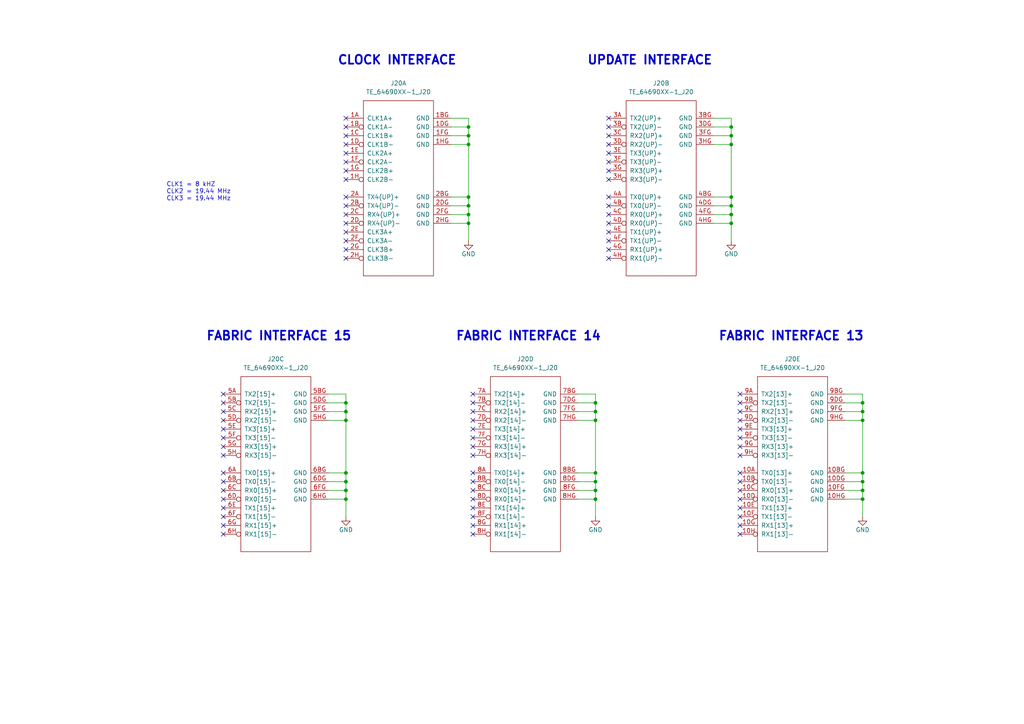
<source format=kicad_sch>
(kicad_sch (version 20230121) (generator eeschema)
  (paper "A4")
  (title_block (title "ATCA Simple Loopback HUB") (date "2023-09-12") (rev "1.0") (company "Karlsruhe Institute of Technology (KIT)") (comment 1 "Institute for Data Processing and Electronics (IPE)") (comment 2 "Luis Ardila") (comment 3 "IPE-380-06") (comment 4 "Licensed under CERN-OHL-P-2.0"))
  (junction (at 100.33 116.84))
  (junction (at 250.19 119.38))
  (junction (at 212.09 62.23))
  (junction (at 212.09 39.37))
  (junction (at 212.09 64.77))
  (junction (at 135.89 36.83))
  (junction (at 100.33 139.7))
  (junction (at 100.33 121.92))
  (junction (at 172.72 144.78))
  (junction (at 250.19 121.92))
  (junction (at 135.89 62.23))
  (junction (at 100.33 119.38))
  (junction (at 250.19 137.16))
  (junction (at 172.72 139.7))
  (junction (at 212.09 36.83))
  (junction (at 100.33 144.78))
  (junction (at 250.19 142.24))
  (junction (at 135.89 39.37))
  (junction (at 135.89 57.15))
  (junction (at 135.89 64.77))
  (junction (at 212.09 57.15))
  (junction (at 172.72 116.84))
  (junction (at 100.33 142.24))
  (junction (at 135.89 41.91))
  (junction (at 100.33 137.16))
  (junction (at 212.09 41.91))
  (junction (at 212.09 59.69))
  (junction (at 172.72 137.16))
  (junction (at 250.19 116.84))
  (junction (at 172.72 119.38))
  (junction (at 135.89 59.69))
  (junction (at 172.72 142.24))
  (junction (at 250.19 144.78))
  (junction (at 250.19 139.7))
  (junction (at 172.72 121.92))
  (no_connect (at 100.33 57.15))
  (no_connect (at 176.53 34.29))
  (no_connect (at 100.33 52.07))
  (no_connect (at 100.33 59.69))
  (no_connect (at 64.77 144.78))
  (no_connect (at 176.53 59.69))
  (no_connect (at 100.33 46.99))
  (no_connect (at 137.16 149.86))
  (no_connect (at 214.63 144.78))
  (no_connect (at 176.53 41.91))
  (no_connect (at 214.63 129.54))
  (no_connect (at 176.53 67.31))
  (no_connect (at 100.33 49.53))
  (no_connect (at 100.33 41.91))
  (no_connect (at 64.77 132.08))
  (no_connect (at 176.53 39.37))
  (no_connect (at 137.16 124.46))
  (no_connect (at 214.63 142.24))
  (no_connect (at 176.53 36.83))
  (no_connect (at 137.16 132.08))
  (no_connect (at 214.63 116.84))
  (no_connect (at 100.33 36.83))
  (no_connect (at 100.33 34.29))
  (no_connect (at 137.16 139.7))
  (no_connect (at 176.53 74.93))
  (no_connect (at 137.16 116.84))
  (no_connect (at 214.63 154.94))
  (no_connect (at 176.53 49.53))
  (no_connect (at 64.77 154.94))
  (no_connect (at 100.33 74.93))
  (no_connect (at 64.77 147.32))
  (no_connect (at 100.33 69.85))
  (no_connect (at 137.16 119.38))
  (no_connect (at 64.77 137.16))
  (no_connect (at 137.16 154.94))
  (no_connect (at 64.77 149.86))
  (no_connect (at 137.16 147.32))
  (no_connect (at 64.77 119.38))
  (no_connect (at 64.77 121.92))
  (no_connect (at 100.33 62.23))
  (no_connect (at 137.16 121.92))
  (no_connect (at 214.63 149.86))
  (no_connect (at 100.33 39.37))
  (no_connect (at 137.16 152.4))
  (no_connect (at 176.53 62.23))
  (no_connect (at 214.63 139.7))
  (no_connect (at 137.16 144.78))
  (no_connect (at 64.77 139.7))
  (no_connect (at 64.77 116.84))
  (no_connect (at 176.53 57.15))
  (no_connect (at 64.77 142.24))
  (no_connect (at 64.77 124.46))
  (no_connect (at 137.16 114.3))
  (no_connect (at 100.33 44.45))
  (no_connect (at 176.53 44.45))
  (no_connect (at 176.53 46.99))
  (no_connect (at 214.63 132.08))
  (no_connect (at 100.33 64.77))
  (no_connect (at 214.63 152.4))
  (no_connect (at 64.77 152.4))
  (no_connect (at 214.63 124.46))
  (no_connect (at 100.33 72.39))
  (no_connect (at 137.16 129.54))
  (no_connect (at 100.33 67.31))
  (no_connect (at 64.77 114.3))
  (no_connect (at 137.16 137.16))
  (no_connect (at 64.77 127))
  (no_connect (at 214.63 127))
  (no_connect (at 176.53 64.77))
  (no_connect (at 214.63 147.32))
  (no_connect (at 176.53 52.07))
  (no_connect (at 176.53 72.39))
  (no_connect (at 137.16 127))
  (no_connect (at 214.63 137.16))
  (no_connect (at 176.53 69.85))
  (no_connect (at 214.63 114.3))
  (no_connect (at 214.63 121.92))
  (no_connect (at 214.63 119.38))
  (no_connect (at 64.77 129.54))
  (no_connect (at 137.16 142.24))
  (wire (pts (xy 130.81 36.83) (xy 135.89 36.83)))
  (wire (pts (xy 172.72 137.16) (xy 172.72 139.7)))
  (wire (pts (xy 212.09 34.29) (xy 212.09 36.83)))
  (wire (pts (xy 250.19 142.24) (xy 250.19 144.78)))
  (wire (pts (xy 212.09 39.37) (xy 212.09 41.91)))
  (wire (pts (xy 207.01 41.91) (xy 212.09 41.91)))
  (wire (pts (xy 207.01 64.77) (xy 212.09 64.77)))
  (wire (pts (xy 207.01 34.29) (xy 212.09 34.29)))
  (wire (pts (xy 167.64 144.78) (xy 172.72 144.78)))
  (wire (pts (xy 135.89 36.83) (xy 135.89 39.37)))
  (wire (pts (xy 100.33 142.24) (xy 100.33 144.78)))
  (wire (pts (xy 245.11 114.3) (xy 250.19 114.3)))
  (wire (pts (xy 207.01 36.83) (xy 212.09 36.83)))
  (wire (pts (xy 207.01 39.37) (xy 212.09 39.37)))
  (wire (pts (xy 130.81 57.15) (xy 135.89 57.15)))
  (wire (pts (xy 135.89 34.29) (xy 135.89 36.83)))
  (wire (pts (xy 172.72 116.84) (xy 172.72 119.38)))
  (wire (pts (xy 250.19 137.16) (xy 250.19 139.7)))
  (wire (pts (xy 130.81 64.77) (xy 135.89 64.77)))
  (wire (pts (xy 100.33 119.38) (xy 100.33 121.92)))
  (wire (pts (xy 95.25 144.78) (xy 100.33 144.78)))
  (wire (pts (xy 245.11 142.24) (xy 250.19 142.24)))
  (wire (pts (xy 250.19 116.84) (xy 250.19 119.38)))
  (wire (pts (xy 250.19 114.3) (xy 250.19 116.84)))
  (wire (pts (xy 167.64 121.92) (xy 172.72 121.92)))
  (wire (pts (xy 250.19 144.78) (xy 250.19 149.86)))
  (wire (pts (xy 172.72 121.92) (xy 172.72 137.16)))
  (wire (pts (xy 95.25 137.16) (xy 100.33 137.16)))
  (wire (pts (xy 95.25 114.3) (xy 100.33 114.3)))
  (wire (pts (xy 172.72 142.24) (xy 172.72 144.78)))
  (wire (pts (xy 250.19 121.92) (xy 250.19 137.16)))
  (wire (pts (xy 130.81 59.69) (xy 135.89 59.69)))
  (wire (pts (xy 100.33 144.78) (xy 100.33 149.86)))
  (wire (pts (xy 167.64 137.16) (xy 172.72 137.16)))
  (wire (pts (xy 172.72 114.3) (xy 172.72 116.84)))
  (wire (pts (xy 212.09 59.69) (xy 212.09 62.23)))
  (wire (pts (xy 135.89 64.77) (xy 135.89 69.85)))
  (wire (pts (xy 245.11 144.78) (xy 250.19 144.78)))
  (wire (pts (xy 135.89 59.69) (xy 135.89 62.23)))
  (wire (pts (xy 167.64 139.7) (xy 172.72 139.7)))
  (wire (pts (xy 100.33 139.7) (xy 100.33 142.24)))
  (wire (pts (xy 130.81 39.37) (xy 135.89 39.37)))
  (wire (pts (xy 135.89 39.37) (xy 135.89 41.91)))
  (wire (pts (xy 95.25 139.7) (xy 100.33 139.7)))
  (wire (pts (xy 95.25 119.38) (xy 100.33 119.38)))
  (wire (pts (xy 100.33 116.84) (xy 100.33 119.38)))
  (wire (pts (xy 250.19 119.38) (xy 250.19 121.92)))
  (wire (pts (xy 100.33 137.16) (xy 100.33 139.7)))
  (wire (pts (xy 135.89 62.23) (xy 135.89 64.77)))
  (wire (pts (xy 207.01 59.69) (xy 212.09 59.69)))
  (wire (pts (xy 172.72 144.78) (xy 172.72 149.86)))
  (wire (pts (xy 245.11 137.16) (xy 250.19 137.16)))
  (wire (pts (xy 245.11 119.38) (xy 250.19 119.38)))
  (wire (pts (xy 212.09 64.77) (xy 212.09 69.85)))
  (wire (pts (xy 100.33 114.3) (xy 100.33 116.84)))
  (wire (pts (xy 250.19 139.7) (xy 250.19 142.24)))
  (wire (pts (xy 135.89 41.91) (xy 135.89 57.15)))
  (wire (pts (xy 207.01 62.23) (xy 212.09 62.23)))
  (wire (pts (xy 245.11 139.7) (xy 250.19 139.7)))
  (wire (pts (xy 212.09 57.15) (xy 212.09 59.69)))
  (wire (pts (xy 245.11 116.84) (xy 250.19 116.84)))
  (wire (pts (xy 100.33 121.92) (xy 100.33 137.16)))
  (wire (pts (xy 167.64 116.84) (xy 172.72 116.84)))
  (wire (pts (xy 167.64 114.3) (xy 172.72 114.3)))
  (wire (pts (xy 212.09 41.91) (xy 212.09 57.15)))
  (wire (pts (xy 130.81 62.23) (xy 135.89 62.23)))
  (wire (pts (xy 172.72 119.38) (xy 172.72 121.92)))
  (wire (pts (xy 212.09 62.23) (xy 212.09 64.77)))
  (wire (pts (xy 167.64 119.38) (xy 172.72 119.38)))
  (wire (pts (xy 245.11 121.92) (xy 250.19 121.92)))
  (wire (pts (xy 212.09 36.83) (xy 212.09 39.37)))
  (wire (pts (xy 95.25 121.92) (xy 100.33 121.92)))
  (wire (pts (xy 172.72 139.7) (xy 172.72 142.24)))
  (wire (pts (xy 95.25 116.84) (xy 100.33 116.84)))
  (wire (pts (xy 95.25 142.24) (xy 100.33 142.24)))
  (wire (pts (xy 207.01 57.15) (xy 212.09 57.15)))
  (wire (pts (xy 130.81 41.91) (xy 135.89 41.91)))
  (wire (pts (xy 135.89 57.15) (xy 135.89 59.69)))
  (wire (pts (xy 130.81 34.29) (xy 135.89 34.29)))
  (wire (pts (xy 167.64 142.24) (xy 172.72 142.24)))
  (text "UPDATE INTERFACE" (at 170.18 19.05 0) (effects (font (size 2.54 2.54) (thickness 0.508) bold) (justify left bottom)))
  (text "FABRIC INTERFACE 14" (at 132.08 99.06 0) (effects (font (size 2.54 2.54) (thickness 0.508) bold) (justify left bottom)))
  (text "CLOCK INTERFACE" (at 97.79 19.05 0) (effects (font (size 2.54 2.54) (thickness 0.508) bold) (justify left bottom)))
  (text "CLK1 = 8 kHZ\nCLK2 = 19.44 MHz\nCLK3 = 19.44 MHz" (at 48.26 58.42 0) (effects (font (size 1.27 1.27)) (justify left bottom)))
  (text "FABRIC INTERFACE 15" (at 59.69 99.06 0) (effects (font (size 2.54 2.54) (thickness 0.508) bold) (justify left bottom)))
  (text "FABRIC INTERFACE 13" (at 208.28 99.06 0) (effects (font (size 2.54 2.54) (thickness 0.508) bold) (justify left bottom)))
  (symbol (lib_id "power:GND") (at 135.89 69.85 0) (unit 1)
    (property "Reference" "#PWR01" (effects hide))
    (property "Value" "GND" (at 135.89 73.66 0))
  )
  (symbol (lib_name "TE_64690XX-1_J20_4") (lib_id "KIT_Connector:TE_64690XX-1_J20") (at 80.01 134.62 0) (unit 3)
    (property "Reference" "J20" (at 80.01 104.14 0))
    (property "Value" "TE_64690XX-1_J20" (at 80.01 106.68 0))
    (property "Footprint" "project:TE_6469001-1" (effects hide))
    (property "Datasheet" "https://www.te.com/commerce/DocumentDelivery/DDEController?Action=srchrtrv&DocNm=6469001&DocType=Customer+Drawing&DocLang=English" (effects hide))
    (property "digikey#" "A121106-ND" (effects hide))
    (property "manf" "TE Connectivity" (effects hide))
    (property "manf#" "6469001-1" (effects hide))
    (property "mouser#" "571-6469001-1" (effects hide))
    (property "stock" "Serenity: 20" (effects hide))
  )
  (symbol (lib_id "power:GND") (at 250.19 149.86 0) (unit 1)
    (property "Reference" "#PWR018" (effects hide))
    (property "Value" "GND" (at 250.19 153.67 0))
  )
  (symbol (lib_name "TE_64690XX-1_J20_1") (lib_id "KIT_Connector:TE_64690XX-1_J20") (at 115.57 54.61 0) (unit 1)
    (property "Reference" "J20" (at 115.57 24.13 0))
    (property "Value" "TE_64690XX-1_J20" (at 115.57 26.67 0))
    (property "Footprint" "project:TE_6469001-1" (effects hide))
    (property "Datasheet" "https://www.te.com/commerce/DocumentDelivery/DDEController?Action=srchrtrv&DocNm=6469001&DocType=Customer+Drawing&DocLang=English" (effects hide))
    (property "digikey#" "A121106-ND" (effects hide))
    (property "manf" "TE Connectivity" (effects hide))
    (property "manf#" "6469001-1" (effects hide))
    (property "mouser#" "571-6469001-1" (effects hide))
    (property "stock" "Serenity: 20" (effects hide))
  )
  (symbol (lib_id "power:GND") (at 172.72 149.86 0) (unit 1)
    (property "Reference" "#PWR09" (effects hide))
    (property "Value" "GND" (at 172.72 153.67 0))
  )
  (symbol (lib_id "power:GND") (at 100.33 149.86 0) (unit 1)
    (property "Reference" "#PWR04" (effects hide))
    (property "Value" "GND" (at 100.33 153.67 0))
  )
  (symbol (lib_id "power:GND") (at 212.09 69.85 0) (unit 1)
    (property "Reference" "#PWR02" (effects hide))
    (property "Value" "GND" (at 212.09 73.66 0))
  )
  (symbol (lib_name "TE_64690XX-1_J20_3") (lib_id "KIT_Connector:TE_64690XX-1_J20") (at 152.4 134.62 0) (unit 4)
    (property "Reference" "J20" (at 152.4 104.14 0))
    (property "Value" "TE_64690XX-1_J20" (at 152.4 106.68 0))
    (property "Footprint" "project:TE_6469001-1" (effects hide))
    (property "Datasheet" "https://www.te.com/commerce/DocumentDelivery/DDEController?Action=srchrtrv&DocNm=6469001&DocType=Customer+Drawing&DocLang=English" (effects hide))
    (property "digikey#" "A121106-ND" (effects hide))
    (property "manf" "TE Connectivity" (effects hide))
    (property "manf#" "6469001-1" (effects hide))
    (property "mouser#" "571-6469001-1" (effects hide))
    (property "stock" "Serenity: 20" (effects hide))
  )
  (symbol (lib_name "TE_64690XX-1_J20_2") (lib_id "KIT_Connector:TE_64690XX-1_J20") (at 191.77 54.61 0) (unit 2)
    (property "Reference" "J20" (at 191.77 24.13 0))
    (property "Value" "TE_64690XX-1_J20" (at 191.77 26.67 0))
    (property "Footprint" "project:TE_6469001-1" (effects hide))
    (property "Datasheet" "https://www.te.com/commerce/DocumentDelivery/DDEController?Action=srchrtrv&DocNm=6469001&DocType=Customer+Drawing&DocLang=English" (effects hide))
    (property "digikey#" "A121106-ND" (effects hide))
    (property "manf" "TE Connectivity" (effects hide))
    (property "manf#" "6469001-1" (effects hide))
    (property "mouser#" "571-6469001-1" (effects hide))
    (property "stock" "Serenity: 20" (effects hide))
  )
  (symbol (lib_id "KIT_Connector:TE_64690XX-1_J20") (at 229.87 134.62 0) (unit 5)
    (property "Reference" "J20" (at 229.87 104.14 0))
    (property "Value" "TE_64690XX-1_J20" (at 229.87 106.68 0))
    (property "Footprint" "project:TE_6469001-1" (effects hide))
    (property "Datasheet" "https://www.te.com/commerce/DocumentDelivery/DDEController?Action=srchrtrv&DocNm=6469001&DocType=Customer+Drawing&DocLang=English" (effects hide))
    (property "digikey#" "A121106-ND" (effects hide))
    (property "manf" "TE Connectivity" (effects hide))
    (property "manf#" "6469001-1" (effects hide))
    (property "mouser#" "571-6469001-1" (effects hide))
    (property "stock" "Serenity: 20" (effects hide))
  )
)
</source>
